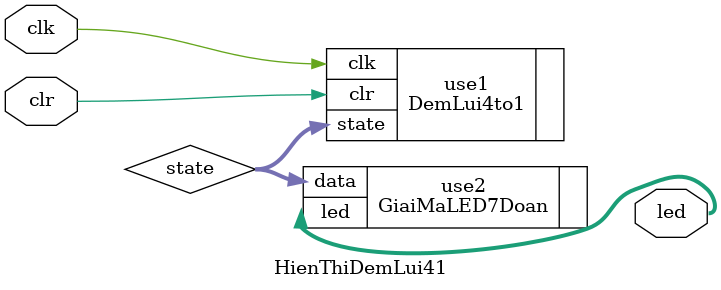
<source format=v>
module HienThiDemLui41 (input wire clk, input wire clr, output wire [6:0] led); 

wire [3:0]state;

DemLui4to1 use1( .clk(clk), .clr(clr), .state(state));
GiaiMaLED7Doan use2(.data(state), .led(led));

endmodule
</source>
